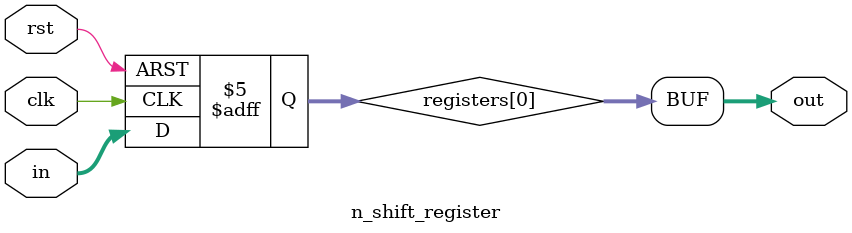
<source format=v>
module n_shift_register
#(parameter n=1)
(
	out,
	clk,
	rst,
	in
);

output [16:0] out;

input clk;
input rst;

input [16:0] in;

reg [16:0] registers [0:n-1];

assign out = registers[n-1];

integer i;

always@(posedge clk or posedge rst) begin
	if(rst) begin
		for(i=0; i<n; i=i+1) begin
			registers[i] <= 0;
		end
	end
	else begin
		for(i=1; i<n; i=i+1) begin
			registers[i] <= registers[i-1];
		end
		registers[0] <= in;
	end
end

endmodule

</source>
